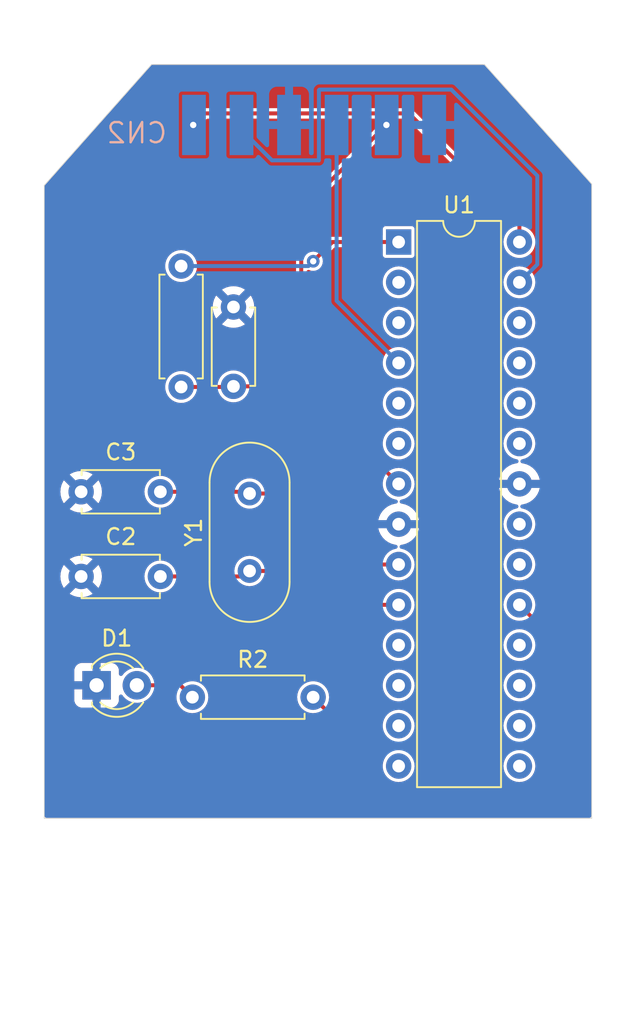
<source format=kicad_pcb>
(kicad_pcb (version 20211014) (generator pcbnew)
  (layers (0 "F.Cu" signal) (31 "B.Cu" signal) (34 "B.Paste" user) (35 "F.Paste" user) (36 "B.SilkS" user "B.Silkscreen") (37 "F.SilkS" user "F.Silkscreen") (38 "B.Mask" user) (39 "F.Mask" user) (44 "Edge.Cuts" user))
  (net 0 "")
  (net 1 "+5V")
  (net 2 "GND")
  (net 3 "/LED DATA")
  (net 4 "/SDA")
  (net 5 "/SCL")
  (net 10 "Net-(C3-Pad2)")
  (net 11 "Net-(C2-Pad2)")
  (net 20 "Net-(R1-Pad2)")
  (net 26 "Net-(R2-Pad2)")
  (net 28 "Net-(D1-Pad2)")
  (footprint "Crystal:Crystal_HC49-U_Vertical" (layer "F.Cu") (at 135.382 121.83 90)
    (fp_text reference "Y1" (at 2.44 -3.525 90) (layer "F.SilkS"))
    (fp_text value "Crystal_Small" hide)
    (fp_line (start -0.685 -2.525) (end 5.565 -2.525) (layer "F.SilkS") (width 0.12))
    (fp_line (start -0.685 2.525) (end 5.565 2.525) (layer "F.SilkS") (width 0.12))
    (fp_arc (start -0.685 2.525) (mid -3.21 0) (end -0.685 -2.525) (layer "F.SilkS") (width 0.12))
    (fp_arc (start 5.565 -2.525) (mid 8.09 0) (end 5.565 2.525) (layer "F.SilkS") (width 0.12))
    (pad "1" thru_hole circle (at 0 0 90) (size 1.5 1.5) (drill 0.8) (layers *.Cu *.Mask) (net 11 "Net-(C2-Pad2)"))
    (pad "2" thru_hole circle (at 4.88 0 90) (size 1.5 1.5) (drill 0.8) (layers *.Cu *.Mask) (net 10 "Net-(C3-Pad2)"))
  )
  (footprint "Capacitor_THT:C_Disc_D4.7mm_W2.5mm_P5.00mm" (layer "F.Cu") (at 124.754 122.174)
    (fp_text reference "C2" (at 2.5 -2.5) (layer "F.SilkS"))
    (fp_text value "C_Small" hide)
    (fp_line (start 4.97 1.055) (end 4.97 1.37) (layer "F.SilkS") (width 0.12))
    (fp_line (start 4.97 -1.37) (end 4.97 -1.055) (layer "F.SilkS") (width 0.12))
    (fp_line (start 0.03 1.055) (end 0.03 1.37) (layer "F.SilkS") (width 0.12))
    (fp_line (start 0.03 -1.37) (end 4.97 -1.37) (layer "F.SilkS") (width 0.12))
    (fp_line (start 0.03 -1.37) (end 0.03 -1.055) (layer "F.SilkS") (width 0.12))
    (fp_line (start 0.03 1.37) (end 4.97 1.37) (layer "F.SilkS") (width 0.12))
    (pad "1" thru_hole circle (at 0 0) (size 1.6 1.6) (drill 0.8) (layers *.Cu *.Mask) (net 2 "GND"))
    (pad "2" thru_hole circle (at 5 0) (size 1.6 1.6) (drill 0.8) (layers *.Cu *.Mask) (net 11 "Net-(C2-Pad2)"))
  )
  (footprint "LED_THT:LED_D3.0mm" (layer "F.Cu") (at 125.73 129.032)
    (fp_text reference "D1" (at 1.27 -2.96) (layer "F.SilkS"))
    (fp_text value "LED_Small_Filled" hide)
    (fp_line (start -0.29 -1.236) (end -0.29 -1.08) (layer "F.SilkS") (width 0.12))
    (fp_line (start -0.29 1.08) (end -0.29 1.236) (layer "F.SilkS") (width 0.12))
    (fp_arc (start 0.229039 -1.08) (mid 1.270117 -1.5) (end 2.31113 -1.079837) (layer "F.SilkS") (width 0.12))
    (fp_arc (start 2.31113 1.079837) (mid 1.270117 1.5) (end 0.229039 1.08) (layer "F.SilkS") (width 0.12))
    (fp_arc (start 2.942335 1.078608) (mid 1.366487 1.987659) (end -0.29 1.235516) (layer "F.SilkS") (width 0.12))
    (fp_arc (start -0.29 -1.235516) (mid 1.366487 -1.987659) (end 2.942335 -1.078608) (layer "F.SilkS") (width 0.12))
    (pad "1" thru_hole rect (at 0 0) (size 1.8 1.8) (drill 0.9) (layers *.Cu *.Mask) (net 2 "GND"))
    (pad "2" thru_hole circle (at 2.54 0) (size 1.8 1.8) (drill 0.9) (layers *.Cu *.Mask) (net 28 "Net-(D1-Pad2)"))
  )
  (footprint "Package_DIP:DIP-28_W7.62mm" (layer "F.Cu") (at 144.79 101.102)
    (fp_text reference "U1" (at 3.81 -2.33) (layer "F.SilkS"))
    (fp_text value "ATmega328P-P" hide)
    (fp_line (start 1.16 -1.33) (end 1.16 34.35) (layer "F.SilkS") (width 0.12))
    (fp_line (start 6.46 34.35) (end 6.46 -1.33) (layer "F.SilkS") (width 0.12))
    (fp_line (start 6.46 -1.33) (end 4.81 -1.33) (layer "F.SilkS") (width 0.12))
    (fp_line (start 1.16 34.35) (end 6.46 34.35) (layer "F.SilkS") (width 0.12))
    (fp_line (start 2.81 -1.33) (end 1.16 -1.33) (layer "F.SilkS") (width 0.12))
    (fp_arc (start 4.81 -1.33) (mid 3.81 -0.33) (end 2.81 -1.33) (layer "F.SilkS") (width 0.12))
    (pad "1" thru_hole rect (at 0 0) (size 1.6 1.6) (drill 0.8) (layers *.Cu *.Mask) (net 20 "Net-(R1-Pad2)"))
    (pad "2" thru_hole oval (at 0 2.54) (size 1.6 1.6) (drill 0.8) (layers *.Cu *.Mask))
    (pad "3" thru_hole oval (at 0 5.08) (size 1.6 1.6) (drill 0.8) (layers *.Cu *.Mask))
    (pad "4" thru_hole oval (at 0 7.62) (size 1.6 1.6) (drill 0.8) (layers *.Cu *.Mask) (net 3 "/LED DATA"))
    (pad "5" thru_hole oval (at 0 10.16) (size 1.6 1.6) (drill 0.8) (layers *.Cu *.Mask))
    (pad "6" thru_hole oval (at 0 12.7) (size 1.6 1.6) (drill 0.8) (layers *.Cu *.Mask))
    (pad "7" thru_hole oval (at 0 15.24) (size 1.6 1.6) (drill 0.8) (layers *.Cu *.Mask) (net 1 "+5V"))
    (pad "8" thru_hole oval (at 0 17.78) (size 1.6 1.6) (drill 0.8) (layers *.Cu *.Mask) (net 2 "GND"))
    (pad "9" thru_hole oval (at 0 20.32) (size 1.6 1.6) (drill 0.8) (layers *.Cu *.Mask) (net 10 "Net-(C3-Pad2)"))
    (pad "10" thru_hole oval (at 0 22.86) (size 1.6 1.6) (drill 0.8) (layers *.Cu *.Mask) (net 11 "Net-(C2-Pad2)"))
    (pad "11" thru_hole oval (at 0 25.4) (size 1.6 1.6) (drill 0.8) (layers *.Cu *.Mask))
    (pad "12" thru_hole oval (at 0 27.94) (size 1.6 1.6) (drill 0.8) (layers *.Cu *.Mask))
    (pad "13" thru_hole oval (at 0 30.48) (size 1.6 1.6) (drill 0.8) (layers *.Cu *.Mask))
    (pad "14" thru_hole oval (at 0 33.02) (size 1.6 1.6) (drill 0.8) (layers *.Cu *.Mask))
    (pad "15" thru_hole oval (at 7.62 33.02) (size 1.6 1.6) (drill 0.8) (layers *.Cu *.Mask))
    (pad "16" thru_hole oval (at 7.62 30.48) (size 1.6 1.6) (drill 0.8) (layers *.Cu *.Mask))
    (pad "17" thru_hole oval (at 7.62 27.94) (size 1.6 1.6) (drill 0.8) (layers *.Cu *.Mask))
    (pad "18" thru_hole oval (at 7.62 25.4) (size 1.6 1.6) (drill 0.8) (layers *.Cu *.Mask))
    (pad "19" thru_hole oval (at 7.62 22.86) (size 1.6 1.6) (drill 0.8) (layers *.Cu *.Mask) (net 26 "Net-(R2-Pad2)"))
    (pad "20" thru_hole oval (at 7.62 20.32) (size 1.6 1.6) (drill 0.8) (layers *.Cu *.Mask))
    (pad "21" thru_hole oval (at 7.62 17.78) (size 1.6 1.6) (drill 0.8) (layers *.Cu *.Mask))
    (pad "22" thru_hole oval (at 7.62 15.24) (size 1.6 1.6) (drill 0.8) (layers *.Cu *.Mask) (net 2 "GND"))
    (pad "23" thru_hole oval (at 7.62 12.7) (size 1.6 1.6) (drill 0.8) (layers *.Cu *.Mask))
    (pad "24" thru_hole oval (at 7.62 10.16) (size 1.6 1.6) (drill 0.8) (layers *.Cu *.Mask))
    (pad "25" thru_hole oval (at 7.62 7.62) (size 1.6 1.6) (drill 0.8) (layers *.Cu *.Mask))
    (pad "26" thru_hole oval (at 7.62 5.08) (size 1.6 1.6) (drill 0.8) (layers *.Cu *.Mask))
    (pad "27" thru_hole oval (at 7.62 2.54) (size 1.6 1.6) (drill 0.8) (layers *.Cu *.Mask) (net 4 "/SDA"))
    (pad "28" thru_hole oval (at 7.62 0) (size 1.6 1.6) (drill 0.8) (layers *.Cu *.Mask) (net 5 "/SCL"))
  )
  (footprint "Capacitor_THT:C_Disc_D4.7mm_W2.5mm_P5.00mm" (layer "F.Cu") (at 134.366 110.196 90)
    (fp_text reference "C1" hide)
    (fp_text value "C_Small" hide)
    (fp_line (start 0.03 -1.37) (end 4.97 -1.37) (layer "F.SilkS") (width 0.12))
    (fp_line (start 0.03 1.37) (end 4.97 1.37) (layer "F.SilkS") (width 0.12))
    (fp_line (start 0.03 1.055) (end 0.03 1.37) (layer "F.SilkS") (width 0.12))
    (fp_line (start 4.97 1.055) (end 4.97 1.37) (layer "F.SilkS") (width 0.12))
    (fp_line (start 4.97 -1.37) (end 4.97 -1.055) (layer "F.SilkS") (width 0.12))
    (fp_line (start 0.03 -1.37) (end 0.03 -1.055) (layer "F.SilkS") (width 0.12))
    (pad "1" thru_hole circle (at 0 0 90) (size 1.6 1.6) (drill 0.8) (layers *.Cu *.Mask) (net 1 "+5V"))
    (pad "2" thru_hole circle (at 5 0 90) (size 1.6 1.6) (drill 0.8) (layers *.Cu *.Mask) (net 2 "GND"))
  )
  (footprint "Resistor_THT:R_Axial_DIN0207_L6.3mm_D2.5mm_P7.62mm_Horizontal" (layer "F.Cu") (at 131.774 129.782)
    (fp_text reference "R2" (at 3.81 -2.37) (layer "F.SilkS"))
    (fp_text value "R")
    (fp_line (start 0.54 -1.37) (end 7.08 -1.37) (layer "F.SilkS") (width 0.12))
    (fp_line (start 0.54 -1.04) (end 0.54 -1.37) (layer "F.SilkS") (width 0.12))
    (fp_line (start 0.54 1.37) (end 7.08 1.37) (layer "F.SilkS") (width 0.12))
    (fp_line (start 7.08 1.37) (end 7.08 1.04) (layer "F.SilkS") (width 0.12))
    (fp_line (start 0.54 1.04) (end 0.54 1.37) (layer "F.SilkS") (width 0.12))
    (fp_line (start 7.08 -1.37) (end 7.08 -1.04) (layer "F.SilkS") (width 0.12))
    (pad "1" thru_hole circle (at 0 0) (size 1.6 1.6) (drill 0.8) (layers *.Cu *.Mask) (net 28 "Net-(D1-Pad2)"))
    (pad "2" thru_hole oval (at 7.62 0) (size 1.6 1.6) (drill 0.8) (layers *.Cu *.Mask) (net 26 "Net-(R2-Pad2)"))
  )
  (footprint "Capacitor_THT:C_Disc_D4.7mm_W2.5mm_P5.00mm" (layer "F.Cu") (at 124.754 116.84)
    (fp_text reference "C3" (at 2.5 -2.5) (layer "F.SilkS"))
    (fp_text value "C_Small" hide)
    (fp_line (start 4.97 -1.37) (end 4.97 -1.055) (layer "F.SilkS") (width 0.12))
    (fp_line (start 0.03 -1.37) (end 0.03 -1.055) (layer "F.SilkS") (width 0.12))
    (fp_line (start 4.97 1.055) (end 4.97 1.37) (layer "F.SilkS") (width 0.12))
    (fp_line (start 0.03 -1.37) (end 4.97 -1.37) (layer "F.SilkS") (width 0.12))
    (fp_line (start 0.03 1.055) (end 0.03 1.37) (layer "F.SilkS") (width 0.12))
    (fp_line (start 0.03 1.37) (end 4.97 1.37) (layer "F.SilkS") (width 0.12))
    (pad "1" thru_hole circle (at 0 0) (size 1.6 1.6) (drill 0.8) (layers *.Cu *.Mask) (net 2 "GND"))
    (pad "2" thru_hole circle (at 5 0) (size 1.6 1.6) (drill 0.8) (layers *.Cu *.Mask) (net 10 "Net-(C3-Pad2)"))
  )
  (footprint "Resistor_THT:R_Axial_DIN0207_L6.3mm_D2.5mm_P7.62mm_Horizontal" (layer "F.Cu") (at 131.064 110.236 90)
    (fp_text reference "R1" hide)
    (fp_text value "R")
    (fp_line (start 0.54 1.04) (end 0.54 1.37) (layer "F.SilkS") (width 0.12))
    (fp_line (start 7.08 1.37) (end 7.08 1.04) (layer "F.SilkS") (width 0.12))
    (fp_line (start 0.54 -1.37) (end 7.08 -1.37) (layer "F.SilkS") (width 0.12))
    (fp_line (start 0.54 -1.04) (end 0.54 -1.37) (layer "F.SilkS") (width 0.12))
    (fp_line (start 0.54 1.37) (end 7.08 1.37) (layer "F.SilkS") (width 0.12))
    (fp_line (start 7.08 -1.37) (end 7.08 -1.04) (layer "F.SilkS") (width 0.12))
    (pad "1" thru_hole circle (at 0 0 90) (size 1.6 1.6) (drill 0.8) (layers *.Cu *.Mask) (net 1 "+5V"))
    (pad "2" thru_hole oval (at 7.62 0 90) (size 1.6 1.6) (drill 0.8) (layers *.Cu *.Mask) (net 20 "Net-(R1-Pad2)"))
  )
  (footprint "Adafruit NeoPixel 8 Stick:1X4-SMT" (layer "B.Cu") (at 139.954 93.726 180)
    (fp_text reference "CN2" (at 11.684 -0.508 180) (layer "B.SilkS") (effects (font (size 1.27 1.27)) (justify mirror)))
    (fp_text value "1X4SMT" hide)
    (pad "1" smd rect (at -7.08 0 180) (size 1.5 3.8) (layers "B.Cu" "B.Paste" "B.Mask") (net 2 "GND"))
    (pad "2" smd rect (at -4.08 0 180) (size 1.5 3.8) (layers "B.Cu" "B.Paste" "B.Mask") (net 1 "+5V"))
    (pad "3" smd rect (at -0.92 0 180) (size 1.5 3.8) (layers "B.Cu" "B.Paste" "B.Mask") (net 3 "/LED DATA"))
    (pad "4" smd rect (at 2.08 0 180) (size 1.5 3.8) (layers "B.Cu" "B.Paste" "B.Mask") (net 2 "GND"))
    (pad "5" smd rect (at 5.08 0 180) (size 1.5 3.8) (layers "B.Cu" "B.Paste" "B.Mask") (net 4 "/SDA"))
    (pad "6" smd rect (at 8.08 0 180) (size 1.5 3.8) (layers "B.Cu" "B.Paste" "B.Mask") (net 5 "/SCL"))
  )
  (gr_line (start 129.2 89.916) (end 150.2 89.916001) (layer "Edge.Cuts") (width 0.05))
  (gr_line (start 122.428 97.536) (end 122.428 137.414) (layer "Edge.Cuts") (width 0.05))
  (gr_line (start 150.2 89.916001) (end 156.972 97.45) (layer "Edge.Cuts") (width 0.05))
  (gr_line (start 122.428 137.414) (end 156.972 137.414) (layer "Edge.Cuts") (width 0.05))
  (gr_line (start 156.972 97.45) (end 156.972 137.414) (layer "Edge.Cuts") (width 0.05))
  (gr_line (start 122.428 97.536) (end 129.2 89.916) (layer "Edge.Cuts") (width 0.05))
  (segment (start 138.644 110.196) (end 144.79 116.342) (width 0.25) (layer "F.Cu") (net 1))
  (segment (start 138.644 99.1) (end 144.018 93.726) (width 0.25) (layer "F.Cu") (net 1))
  (segment (start 134.366 110.196) (end 138.644 110.196) (width 0.25) (layer "F.Cu") (net 1))
  (segment (start 131.064 110.236) (end 134.326 110.236) (width 0.25) (layer "F.Cu") (net 1))
  (segment (start 138.644 110.196) (end 138.644 99.1) (width 0.25) (layer "F.Cu") (net 1))
  (via (at 144.018 93.726) (size 0.8) (drill 0.4) (layers "F.Cu" "B.Cu") (net 1))
  (segment (start 140.874 104.806) (end 140.874 93.726) (width 0.25) (layer "B.Cu") (net 3))
  (segment (start 144.79 108.722) (end 140.874 104.806) (width 0.25) (layer "B.Cu") (net 3))
  (segment (start 153.5382 96.9238) (end 153.5382 102.5138) (width 0.25) (layer "B.Cu") (net 4))
  (segment (start 148.1122 91.4978) (end 153.5382 96.9238) (width 0.25) (layer "B.Cu") (net 4))
  (segment (start 139.7958 91.4978) (end 148.1122 91.4978) (width 0.25) (layer "B.Cu") (net 4))
  (segment (start 139.7578 95.9542) (end 139.7578 91.5358) (width 0.25) (layer "B.Cu") (net 4))
  (segment (start 153.5382 102.5138) (end 152.41 103.642) (width 0.25) (layer "B.Cu") (net 4))
  (segment (start 139.7578 91.5358) (end 139.7958 91.4978) (width 0.25) (layer "B.Cu") (net 4))
  (segment (start 136.7958 95.9542) (end 139.7578 95.9542) (width 0.25) (layer "B.Cu") (net 4))
  (segment (start 134.874 94.0324) (end 136.7958 95.9542) (width 0.25) (layer "B.Cu") (net 4))
  (segment (start 152.41 99.97063) (end 145.43717 92.9978) (width 0.25) (layer "F.Cu") (net 5))
  (segment (start 145.43717 92.9978) (end 132.5542 92.9978) (width 0.25) (layer "F.Cu") (net 5))
  (segment (start 132.5542 92.9978) (end 131.826 93.726) (width 0.25) (layer "F.Cu") (net 5))
  (segment (start 152.41 101.102) (end 152.41 99.97063) (width 0.25) (layer "F.Cu") (net 5))
  (via (at 131.826 93.726) (size 0.8) (drill 0.4) (layers "F.Cu" "B.Cu") (net 5))
  (segment (start 129.754 116.84) (end 135.272 116.84) (width 0.25) (layer "F.Cu") (net 10))
  (segment (start 138.286 116.95) (end 142.758 121.422) (width 0.25) (layer "F.Cu") (net 10))
  (segment (start 135.382 116.95) (end 138.286 116.95) (width 0.25) (layer "F.Cu") (net 10))
  (segment (start 142.758 121.422) (end 144.79 121.422) (width 0.25) (layer "F.Cu") (net 10))
  (segment (start 139.61 121.83) (end 141.742 123.962) (width 0.25) (layer "F.Cu") (net 11))
  (segment (start 129.754 122.174) (end 135.038 122.174) (width 0.25) (layer "F.Cu") (net 11))
  (segment (start 141.742 123.962) (end 144.79 123.962) (width 0.25) (layer "F.Cu") (net 11))
  (segment (start 135.382 121.83) (end 139.61 121.83) (width 0.25) (layer "F.Cu") (net 11))
  (segment (start 144.79 101.102) (end 140.6112 101.102) (width 0.25) (layer "F.Cu") (net 20))
  (segment (start 140.6112 101.102) (end 139.3986 102.3146) (width 0.25) (layer "F.Cu") (net 20))
  (via (at 139.3986 102.3146) (size 0.8) (drill 0.4) (layers "F.Cu" "B.Cu") (net 20))
  (segment (start 139.0972 102.616) (end 131.064 102.616) (width 0.25) (layer "B.Cu") (net 20))
  (segment (start 139.3986 102.3146) (end 139.0972 102.616) (width 0.25) (layer "B.Cu") (net 20))
  (segment (start 153.67 125.222) (end 152.41 123.962) (width 0.25) (layer "F.Cu") (net 26))
  (segment (start 153.1632 132.9938) (end 153.67 132.487) (width 0.25) (layer "F.Cu") (net 26))
  (segment (start 142.6058 132.9938) (end 153.1632 132.9938) (width 0.25) (layer "F.Cu") (net 26))
  (segment (start 153.67 132.487) (end 153.67 125.222) (width 0.25) (layer "F.Cu") (net 26))
  (segment (start 139.394 129.782) (end 142.6058 132.9938) (width 0.25) (layer "F.Cu") (net 26))
  (segment (start 131.024 129.032) (end 131.774 129.782) (width 0.25) (layer "F.Cu") (net 28))
  (segment (start 128.27 129.032) (end 131.024 129.032) (width 0.25) (layer "F.Cu") (net 28))
  (zone (net 2) (net_name "GND") (layers F&B.Cu) (connect_pads (clearance 0.000001)) (min_thickness 0.254) (fill yes (thermal_gap 0.508) (thermal_bridge_width 0.508))
    (polygon (pts (xy 160.02 150.368) (xy 119.634 150.368) (xy 119.634 85.852) (xy 160.02 85.852)))
  )
)
</source>
